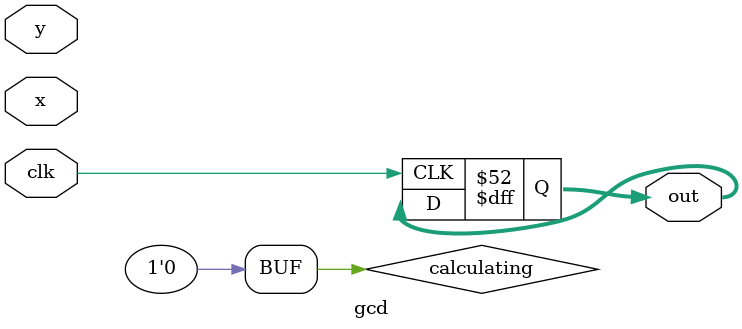
<source format=v>
module gcd(x, y, out, clk);

    input [7:0] x, y;    // two 8-bit inputs
    input clk;
    output [7:0] out;    // output is also 8-bit
    reg [7:0]out;
    reg [7:0]temp1 = 2, temp2=1;
    reg calculating = 0;
    always @(x or y)
    begin
        calculating = 0;
    end
    always @(posedge clk)    // calculate gcd whenever x or y changes
    begin
        if (~calculating)
        begin
            temp1 = x;
            temp2 = y;
            calculating = 1;
        end
        else
            begin
                if(temp1 > temp2)
                    temp1 = temp1-temp2;
                else
                    temp2 = temp2-temp1;
                if( temp1 == 0)
                    out = temp2;        // output is stored in x
                else if (~temp2)
                    out = temp1;
            end
    end
endmodule

</source>
